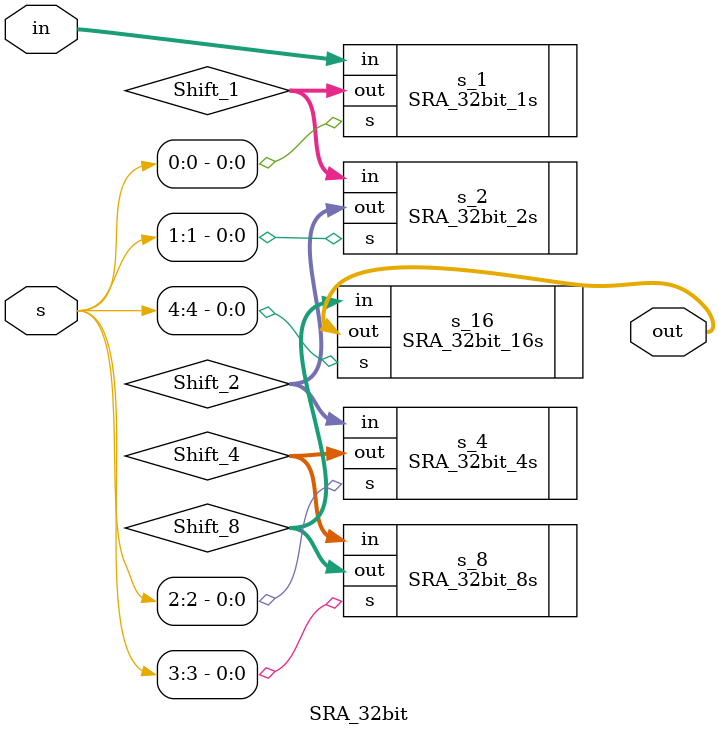
<source format=v>
module SRA_32bit(in, s, out);
	input [31:0] in;
	input [4:0] s;
	output [31:0] out;
	
	wire [31:0] Shift_1, Shift_2, Shift_4, Shift_8;
	
	SRA_32bit_1s s_1(
		.in(in),
		.s(s[0]),
		.out(Shift_1)
	);
	
	SRA_32bit_2s s_2(
		.in(Shift_1),
		.s(s[1]),
		.out(Shift_2)
	);
	
	SRA_32bit_4s s_4(
		.in(Shift_2),
		.s(s[2]),
		.out(Shift_4)
	);
	
	SRA_32bit_8s s_8(
		.in(Shift_4),
		.s(s[3]),
		.out(Shift_8)
	);
	
	SRA_32bit_16s s_16(
		.in(Shift_8),
		.s(s[4]),
		.out(out)
	);
endmodule

</source>
